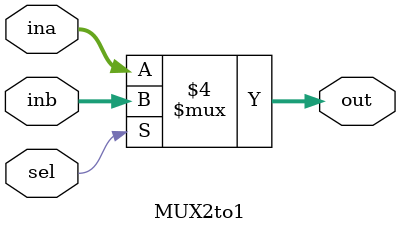
<source format=v>
`timescale 1ns / 1ps


module MUX2to1 (ina, inb, sel, out);
    input [31:0] ina, inb;
    input sel;
    output reg [31:0] out;
    always @(*)
    begin 
    
    if (sel == 1)
        begin
        out <= inb;
        end
    else     
        out <= ina;
    end 
endmodule

</source>
